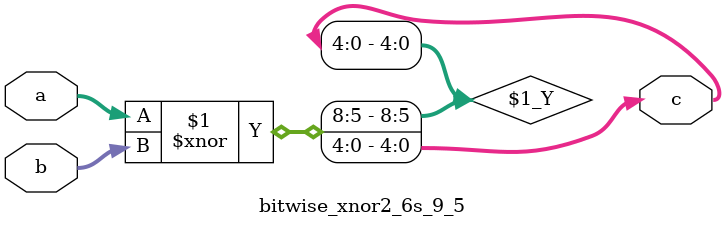
<source format=v>
module bitwise_xnor2_6s_9_5(a, b, c);
  input signed [5:0] a;
  input [8:0] b;
  output [4:0] c;
  assign c = a ^~ b;
endmodule

</source>
